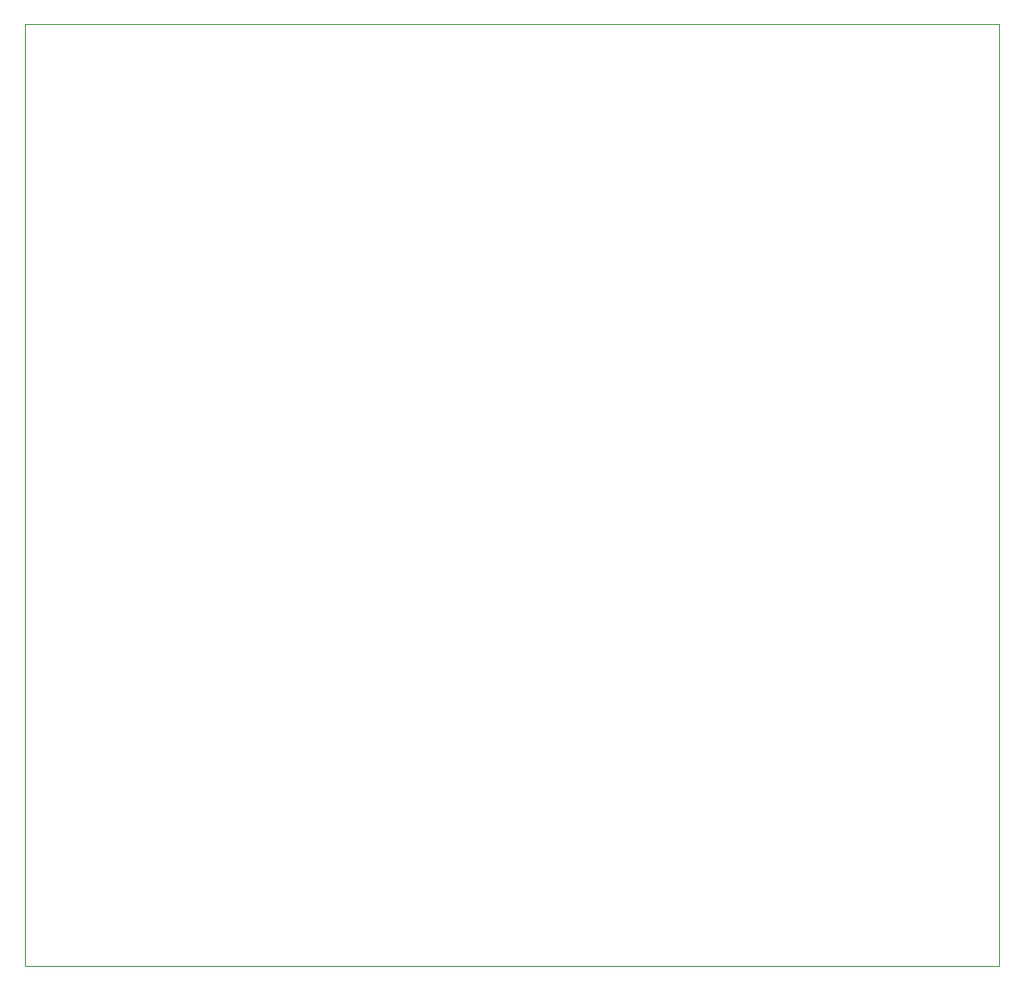
<source format=gbr>
%TF.GenerationSoftware,KiCad,Pcbnew,8.0.4*%
%TF.CreationDate,2024-07-29T15:22:08-07:00*%
%TF.ProjectId,3board_b,33626f61-7264-45f6-922e-6b696361645f,rev?*%
%TF.SameCoordinates,Original*%
%TF.FileFunction,Profile,NP*%
%FSLAX46Y46*%
G04 Gerber Fmt 4.6, Leading zero omitted, Abs format (unit mm)*
G04 Created by KiCad (PCBNEW 8.0.4) date 2024-07-29 15:22:08*
%MOMM*%
%LPD*%
G01*
G04 APERTURE LIST*
%TA.AperFunction,Profile*%
%ADD10C,0.100000*%
%TD*%
G04 APERTURE END LIST*
D10*
X194765000Y-20000000D02*
X194765000Y-109500000D01*
X102235000Y-109500000D02*
X102235000Y-20000000D01*
X194765000Y-109500000D02*
X102235000Y-109500000D01*
X102235000Y-20000000D02*
X194765000Y-20000000D01*
M02*

</source>
